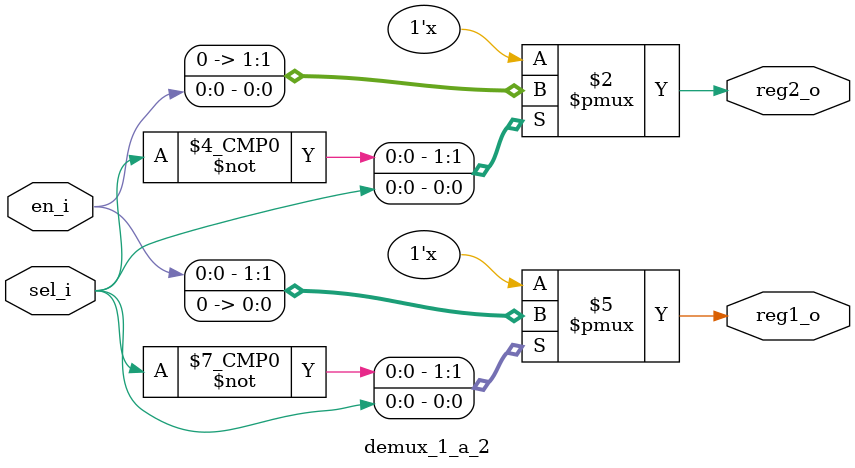
<source format=sv>
`timescale 1ns / 1ps

module demux_1_a_2
    (
        input logic en_i,
        input logic  sel_i,
            
        output logic reg1_o,
        output logic reg2_o
    );
    
    always_comb begin
        case (sel_i)
            0: begin 
                reg1_o = en_i; 
                reg2_o = 1'b0;
            end
            
            1: begin 
                reg2_o = en_i; 
                reg1_o = 1'b0;
            end
        endcase
    
    end
    
endmodule

</source>
